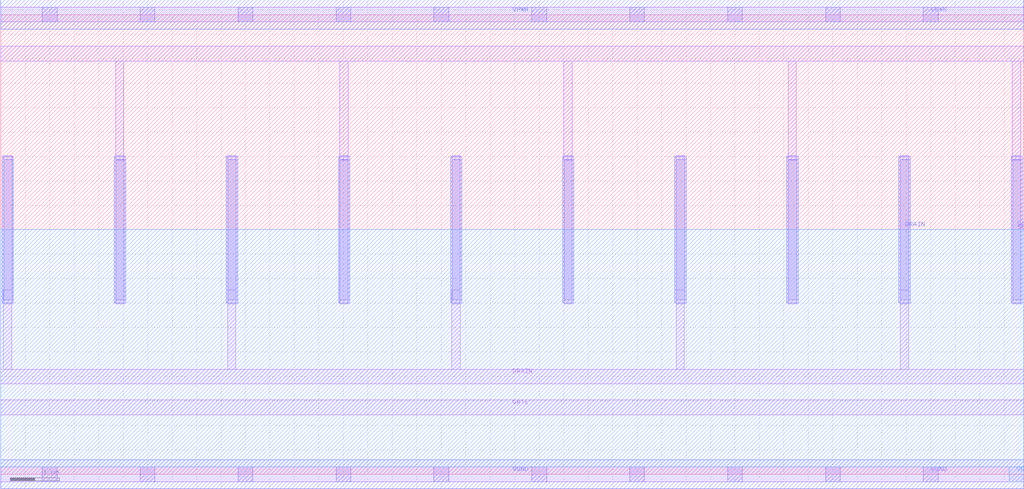
<source format=lef>
VERSION 5.7 ;
  NOWIREEXTENSIONATPIN ON ;
  DIVIDERCHAR "/" ;
  BUSBITCHARS "[]" ;
MACRO sky130_asc_nfet_01v8_lvt_9
  CLASS CORE ;
  FOREIGN sky130_asc_nfet_01v8_lvt_9 ;
  ORIGIN 0.000 0.000 ;
  SIZE 20.900 BY 9.400 ;
  SITE unitasc ;
  PIN GATE
    DIRECTION INOUT ;
    ANTENNAGATEAREA 54.000000 ;
    PORT
      LAYER li1 ;
        RECT 0.000 1.220 20.900 1.520 ;
    END
  END GATE
  PIN SOURCE
    DIRECTION INOUT ;
    ANTENNADIFFAREA 4.350000 ;
    PORT
      LAYER li1 ;
        RECT 0.000 8.450 20.900 8.750 ;
        RECT 2.345 6.520 2.515 8.450 ;
        RECT 6.925 6.520 7.095 8.450 ;
        RECT 11.505 6.520 11.675 8.450 ;
        RECT 16.085 6.520 16.255 8.450 ;
        RECT 20.665 6.520 20.835 8.450 ;
        RECT 2.345 6.430 2.520 6.520 ;
        RECT 6.925 6.430 7.100 6.520 ;
        RECT 11.505 6.430 11.680 6.520 ;
        RECT 16.085 6.430 16.260 6.520 ;
        RECT 20.665 6.430 20.840 6.520 ;
        RECT 2.350 3.480 2.520 6.430 ;
        RECT 6.930 3.480 7.100 6.430 ;
        RECT 11.510 3.480 11.680 6.430 ;
        RECT 16.090 3.480 16.260 6.430 ;
        RECT 20.670 3.480 20.840 6.430 ;
      LAYER mcon ;
        RECT 2.350 3.560 2.520 6.440 ;
        RECT 6.930 3.560 7.100 6.440 ;
        RECT 11.510 3.560 11.680 6.440 ;
        RECT 16.090 3.560 16.260 6.440 ;
        RECT 20.670 3.560 20.840 6.440 ;
      LAYER met1 ;
        RECT 2.320 3.500 2.550 6.500 ;
        RECT 6.900 3.500 7.130 6.500 ;
        RECT 11.480 3.500 11.710 6.500 ;
        RECT 16.060 3.500 16.290 6.500 ;
        RECT 20.640 3.500 20.870 6.500 ;
    END
  END SOURCE
  PIN DRAIN
    DIRECTION INOUT ;
    ANTENNADIFFAREA 4.350000 ;
    PORT
      LAYER li1 ;
        RECT 0.060 3.770 0.230 6.520 ;
        RECT 4.640 3.770 4.810 6.520 ;
        RECT 9.220 3.770 9.390 6.520 ;
        RECT 13.800 3.770 13.970 6.520 ;
        RECT 18.380 3.770 18.550 6.520 ;
        RECT 0.055 3.480 0.230 3.770 ;
        RECT 4.635 3.480 4.810 3.770 ;
        RECT 9.215 3.480 9.390 3.770 ;
        RECT 13.795 3.480 13.970 3.770 ;
        RECT 18.375 3.480 18.550 3.770 ;
        RECT 0.055 2.150 0.225 3.480 ;
        RECT 4.635 2.150 4.805 3.480 ;
        RECT 9.215 2.150 9.385 3.480 ;
        RECT 13.795 2.150 13.965 3.480 ;
        RECT 18.375 2.150 18.545 3.480 ;
        RECT 0.000 1.850 20.900 2.150 ;
      LAYER mcon ;
        RECT 0.060 3.560 0.230 6.440 ;
        RECT 4.640 3.560 4.810 6.440 ;
        RECT 9.220 3.560 9.390 6.440 ;
        RECT 13.800 3.560 13.970 6.440 ;
        RECT 18.380 3.560 18.550 6.440 ;
      LAYER met1 ;
        RECT 0.030 3.500 0.260 6.500 ;
        RECT 4.610 3.500 4.840 6.500 ;
        RECT 9.190 3.500 9.420 6.500 ;
        RECT 13.770 3.500 14.000 6.500 ;
        RECT 18.350 3.500 18.580 6.500 ;
    END
  END DRAIN
  PIN VNB
    DIRECTION INOUT ;
    USE GROUND ;
    PORT
      LAYER pwell ;
        RECT 0.000 0.150 20.900 5.000 ;
        RECT 20.600 -0.150 20.900 0.150 ;
    END
  END VNB
  PIN VPWR
    DIRECTION INOUT ;
    USE POWER ;
    PORT
      LAYER li1 ;
        RECT 0.000 9.250 20.900 9.550 ;
      LAYER mcon ;
        RECT 0.850 9.250 1.150 9.550 ;
        RECT 2.850 9.250 3.150 9.550 ;
        RECT 4.850 9.250 5.150 9.550 ;
        RECT 6.850 9.250 7.150 9.550 ;
        RECT 8.850 9.250 9.150 9.550 ;
        RECT 10.850 9.250 11.150 9.550 ;
        RECT 12.850 9.250 13.150 9.550 ;
        RECT 14.850 9.250 15.150 9.550 ;
        RECT 16.850 9.250 17.150 9.550 ;
        RECT 18.850 9.250 19.150 9.550 ;
      LAYER met1 ;
        RECT 0.000 9.100 20.900 9.700 ;
    END
  END VPWR
  PIN VGND
    DIRECTION INOUT ;
    USE GROUND ;
    PORT
      LAYER li1 ;
        RECT 0.000 -0.150 20.900 0.150 ;
      LAYER mcon ;
        RECT 0.850 -0.150 1.150 0.150 ;
        RECT 2.850 -0.150 3.150 0.150 ;
        RECT 4.850 -0.150 5.150 0.150 ;
        RECT 6.850 -0.150 7.150 0.150 ;
        RECT 8.850 -0.150 9.150 0.150 ;
        RECT 10.850 -0.150 11.150 0.150 ;
        RECT 12.850 -0.150 13.150 0.150 ;
        RECT 14.850 -0.150 15.150 0.150 ;
        RECT 16.850 -0.150 17.150 0.150 ;
        RECT 18.850 -0.150 19.150 0.150 ;
      LAYER met1 ;
        RECT 0.000 -0.300 20.900 0.300 ;
    END
  END VGND
END sky130_asc_nfet_01v8_lvt_9
END LIBRARY


</source>
